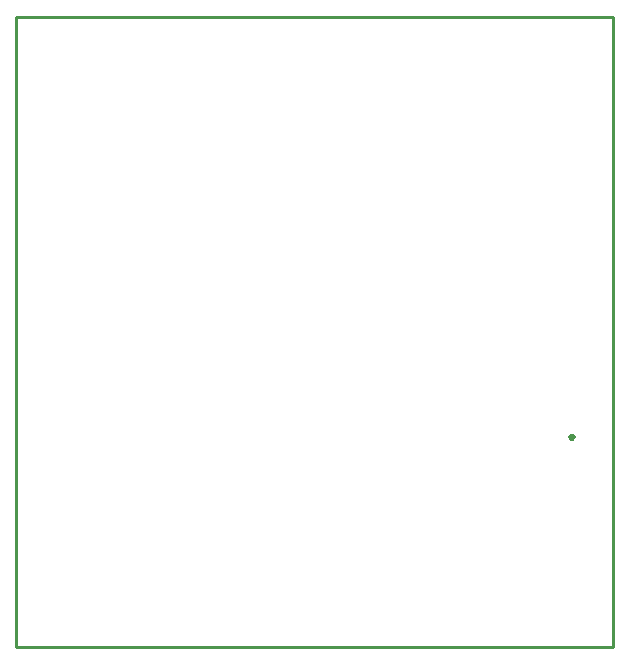
<source format=gko>
G04 EAGLE Gerber RS-274X export*
G75*
%MOMM*%
%FSLAX34Y34*%
%LPD*%
%IN*%
%IPPOS*%
%AMOC8*
5,1,8,0,0,1.08239X$1,22.5*%
G01*
%ADD10C,0.254000*%


D10*
X25400Y190500D02*
X530100Y190500D01*
X530100Y723800D01*
X25400Y723800D01*
X25400Y190500D01*
X497050Y368128D02*
X496983Y367790D01*
X496851Y367471D01*
X496659Y367184D01*
X496416Y366941D01*
X496129Y366749D01*
X495810Y366617D01*
X495472Y366550D01*
X495128Y366550D01*
X494790Y366617D01*
X494471Y366749D01*
X494184Y366941D01*
X493941Y367184D01*
X493749Y367471D01*
X493617Y367790D01*
X493550Y368128D01*
X493550Y368472D01*
X493617Y368810D01*
X493749Y369129D01*
X493941Y369416D01*
X494184Y369659D01*
X494471Y369851D01*
X494790Y369983D01*
X495128Y370050D01*
X495472Y370050D01*
X495810Y369983D01*
X496129Y369851D01*
X496416Y369659D01*
X496659Y369416D01*
X496851Y369129D01*
X496983Y368810D01*
X497050Y368472D01*
X497050Y368128D01*
M02*

</source>
